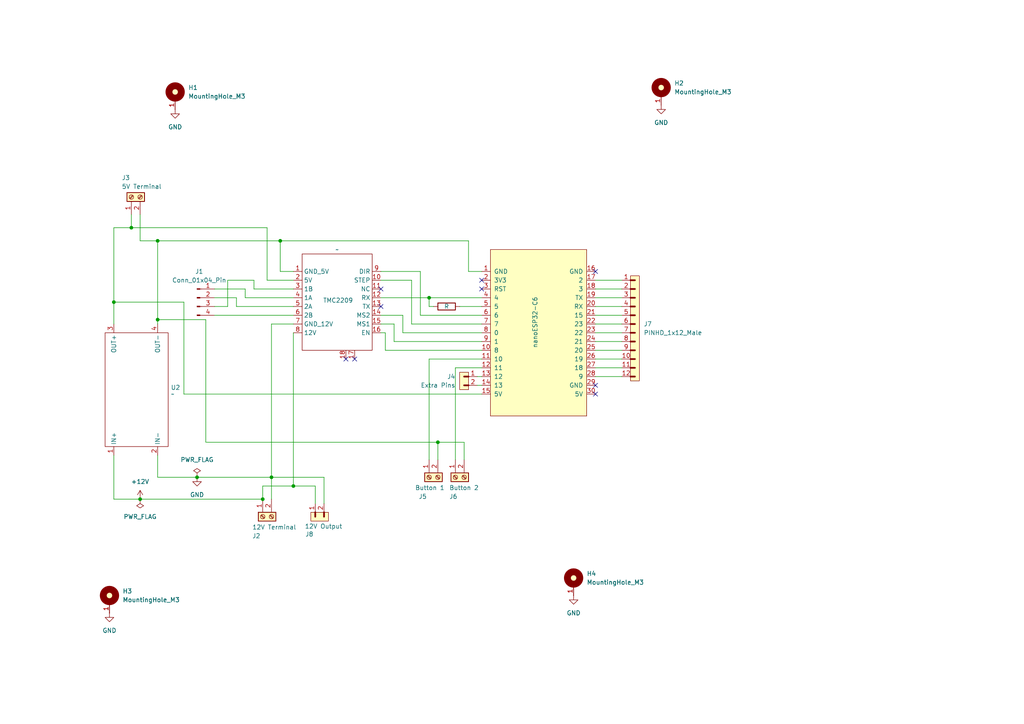
<source format=kicad_sch>
(kicad_sch (version 20231120) (generator "eeschema") (generator_version "8.0")
  (paper "A4")
  (lib_symbols
    (symbol "Connector:Conn_01x04_Pin" (pin_names (offset 1.016) hide)
      (property "Reference" "J" (at 0 5.08 0))
      (property "Value" "Conn_01x04_Pin" (at 0 -7.62 0))
      (symbol "Conn_01x04_Pin_1_1"
        (polyline (pts (xy 1.27 -5.08) (xy 0.8636 -5.08)) (stroke (width 0.1524)))
        (polyline (pts (xy 1.27 -2.54) (xy 0.8636 -2.54)) (stroke (width 0.1524)))
        (polyline (pts (xy 1.27 0) (xy 0.8636 0)) (stroke (width 0.1524)))
        (polyline (pts (xy 1.27 2.54) (xy 0.8636 2.54)) (stroke (width 0.1524)))
        (rectangle (start 0.8636 -4.953) (end 0 -5.207) (stroke (width 0.1524)) (fill (type outline)))
        (rectangle (start 0.8636 -2.413) (end 0 -2.667) (stroke (width 0.1524)) (fill (type outline)))
        (rectangle (start 0.8636 0.127) (end 0 -0.127) (stroke (width 0.1524)) (fill (type outline)))
        (rectangle (start 0.8636 2.667) (end 0 2.413) (stroke (width 0.1524)) (fill (type outline)))
        (pin passive line (at 5.08 2.54 180) (length 3.81) (name "Pin_1") (number "1"))
        (pin passive line (at 5.08 0 180) (length 3.81) (name "Pin_2") (number "2"))
        (pin passive line (at 5.08 -2.54 180) (length 3.81) (name "Pin_3") (number "3"))
        (pin passive line (at 5.08 -5.08 180) (length 3.81) (name "Pin_4") (number "4"))
      )
    )
    (symbol "Connector:Screw_Terminal_01x02" (pin_names (offset 1.016) hide)
      (property "Reference" "J" (at 0 2.54 0))
      (property "Value" "Screw_Terminal_01x02" (at 0 -5.08 0))
      (symbol "Screw_Terminal_01x02_1_1"
        (rectangle (start -1.27 1.27) (end 1.27 -3.81) (stroke (width 0.254)) (fill (type background)))
        (circle (center 0 -2.54) (radius 0.635) (stroke (width 0.1524)))
        (polyline (pts (xy -0.5334 -2.2098) (xy 0.3302 -3.048)) (stroke (width 0.1524)))
        (polyline (pts (xy -0.5334 0.3302) (xy 0.3302 -0.508)) (stroke (width 0.1524)))
        (polyline (pts (xy -0.3556 -2.032) (xy 0.508 -2.8702)) (stroke (width 0.1524)))
        (polyline (pts (xy -0.3556 0.508) (xy 0.508 -0.3302)) (stroke (width 0.1524)))
        (circle (center 0 0) (radius 0.635) (stroke (width 0.1524)))
        (pin passive line (at -5.08 0 0) (length 3.81) (name "Pin_1") (number "1"))
        (pin passive line (at -5.08 -2.54 0) (length 3.81) (name "Pin_2") (number "2"))
      )
    )
    (symbol "CustomComponents:BuckConverter"
      (property "Reference" "U" (at 0 0 0))
      (symbol "BuckConverter_0_1"
        (rectangle (start -10.16 15.24) (end 8.14 -17.76))
      )
      (symbol "BuckConverter_1_1"
        (pin power_in line (at -7.62 -20.32 90) (length 2.54) (name "IN+") (number "1"))
        (pin power_in line (at 5.08 -20.32 90) (length 2.54) (name "IN-") (number "2"))
        (pin power_out line (at -7.62 17.78 270) (length 2.54) (name "OUT+") (number "3"))
        (pin power_out line (at 5.08 17.78 270) (length 2.54) (name "OUT-") (number "4"))
      )
    )
    (symbol "CustomComponents:TMC2209"
      (property "Reference" "TMC2209" (at 0 1.524 0))
      (symbol "TMC2209_0_1"
        (rectangle (start -10.16 15.24) (end 10.16 -12.7))
      )
      (symbol "TMC2209_1_1"
        (pin power_in line (at -12.7 10.16 0) (length 2.54) (name "GND_5V") (number "1"))
        (pin input line (at 12.7 7.62 180) (length 2.54) (name "STEP") (number "10"))
        (pin unspecified line (at 12.7 5.08 180) (length 2.54) (name "NC") (number "11"))
        (pin input line (at 12.7 2.54 180) (length 2.54) (name "RX") (number "12"))
        (pin output line (at 12.7 0 180) (length 2.54) (name "TX") (number "13"))
        (pin input line (at 12.7 -2.54 180) (length 2.54) (name "MS2") (number "14"))
        (pin input line (at 12.7 -5.08 180) (length 2.54) (name "MS1") (number "15"))
        (pin input line (at 12.7 -7.62 180) (length 2.54) (name "EN") (number "16"))
        (pin unspecified line (at 5.08 -15.24 90) (length 2.54) (name "") (number "17"))
        (pin unspecified line (at 2.54 -15.24 90) (length 2.54) (name "") (number "18"))
        (pin power_in line (at -12.7 7.62 0) (length 2.54) (name "5V") (number "2"))
        (pin output line (at -12.7 5.08 0) (length 2.54) (name "1B") (number "3"))
        (pin output line (at -12.7 2.54 0) (length 2.54) (name "1A") (number "4"))
        (pin output line (at -12.7 0 0) (length 2.54) (name "2A") (number "5"))
        (pin output line (at -12.7 -2.54 0) (length 2.54) (name "2B") (number "6"))
        (pin power_in line (at -12.7 -5.08 0) (length 2.54) (name "GND_12V") (number "7"))
        (pin power_in line (at -12.7 -7.62 0) (length 2.54) (name "12V") (number "8"))
        (pin input line (at 12.7 10.16 180) (length 2.54) (name "DIR") (number "9"))
      )
    )
    (symbol "CustomComponents:nanoESP32-C6" (pin_names (offset 1.016))
      (property "Reference" "U" (at -5.588 -2.794 0))
      (property "Value" "nanoESP32-C6" (at -5.334 -4.572 0))
      (symbol "nanoESP32-C6_0_1"
        (rectangle (start -12.7 19.05) (end 15.24 -29.21) (fill (type background)))
      )
      (symbol "nanoESP32-C6_1_1"
        (pin power_in line (at -15.24 12.7 0) (length 2.54) (name "GND") (number "1"))
        (pin bidirectional line (at -15.24 -10.16 0) (length 2.54) (name "8") (number "10"))
        (pin bidirectional line (at -15.24 -12.7 0) (length 2.54) (name "10") (number "11"))
        (pin bidirectional line (at -15.24 -15.24 0) (length 2.54) (name "11") (number "12"))
        (pin bidirectional line (at -15.24 -17.78 0) (length 2.54) (name "12") (number "13"))
        (pin bidirectional line (at -15.24 -20.32 0) (length 2.54) (name "13") (number "14"))
        (pin power_in line (at -15.24 -22.86 0) (length 2.54) (name "5V") (number "15"))
        (pin power_in line (at 17.78 12.7 180) (length 2.54) (name "GND") (number "16"))
        (pin bidirectional line (at 17.78 10.16 180) (length 2.54) (name "2") (number "17"))
        (pin bidirectional line (at 17.78 7.62 180) (length 2.54) (name "3") (number "18"))
        (pin bidirectional line (at 17.78 5.08 180) (length 2.54) (name "TX") (number "19"))
        (pin power_in line (at -15.24 10.16 0) (length 2.54) (name "3V3") (number "2"))
        (pin bidirectional line (at 17.78 2.54 180) (length 2.54) (name "RX") (number "20"))
        (pin bidirectional line (at 17.78 0 180) (length 2.54) (name "15") (number "21"))
        (pin bidirectional line (at 17.78 -2.54 180) (length 2.54) (name "23") (number "22"))
        (pin bidirectional line (at 17.78 -5.08 180) (length 2.54) (name "22") (number "23"))
        (pin bidirectional line (at 17.78 -7.62 180) (length 2.54) (name "21") (number "24"))
        (pin bidirectional line (at 17.78 -10.16 180) (length 2.54) (name "20") (number "25"))
        (pin bidirectional line (at 17.78 -12.7 180) (length 2.54) (name "19") (number "26"))
        (pin bidirectional line (at 17.78 -15.24 180) (length 2.54) (name "18") (number "27"))
        (pin bidirectional line (at 17.78 -17.78 180) (length 2.54) (name "9") (number "28"))
        (pin power_in line (at 17.78 -20.32 180) (length 2.54) (name "GND") (number "29"))
        (pin unspecified line (at -15.24 7.62 0) (length 2.54) (name "RST") (number "3"))
        (pin power_in line (at 17.78 -22.86 180) (length 2.54) (name "5V") (number "30"))
        (pin bidirectional line (at -15.24 5.08 0) (length 2.54) (name "4") (number "4"))
        (pin bidirectional line (at -15.24 2.54 0) (length 2.54) (name "5") (number "5"))
        (pin bidirectional line (at -15.24 0 0) (length 2.54) (name "6") (number "6"))
        (pin bidirectional line (at -15.24 -2.54 0) (length 2.54) (name "7") (number "7"))
        (pin bidirectional line (at -15.24 -5.08 0) (length 2.54) (name "0") (number "8"))
        (pin bidirectional line (at -15.24 -7.62 0) (length 2.54) (name "1") (number "9"))
      )
    )
    (symbol "Device:R" (pin_numbers hide) (pin_names (offset 0))
      (property "Reference" "R" (at 2.032 0 90))
      (property "Value" "R" (at 0 0 90))
      (symbol "R_0_1"
        (rectangle (start -1.016 -2.54) (end 1.016 2.54) (stroke (width 0.254)))
      )
      (symbol "R_1_1"
        (pin passive line (at 0 3.81 270) (length 1.27) (name "~") (number "1"))
        (pin passive line (at 0 -3.81 90) (length 1.27) (name "~") (number "2"))
      )
    )
    (symbol "PCM_SL_Mechanical:MountingHole_M3_3.2mm_Pad"
      (property "Reference" "H" (at 0 7.62 0))
      (property "Value" "MountingHole_M3_3.2mm_Pad" (at 0 5.08 0))
      (symbol "MountingHole_M3_3.2mm_Pad_0_1"
        (circle (center 0 0) (radius 1.27) (fill (type background)))
        (circle (center 0 0) (radius 1.7961) (stroke (width 2)))
      )
      (symbol "MountingHole_M3_3.2mm_Pad_1_1"
        (pin passive line (at 0 -5.08 90) (length 2.54) (name "") (number "1"))
      )
    )
    (symbol "PCM_SL_Pin_Headers:PINHD_1x12_Male"
      (property "Reference" "J" (at 0 19.05 0))
      (property "Value" "PINHD_1x12_Male" (at 0 16.51 0))
      (symbol "PINHD_1x12_Male_0_1"
        (rectangle (start -1.27 15.24) (end 1.27 -15.24) (fill (type background)))
        (polyline (pts (xy -1.27 -13.97) (xy 0 -13.97)) (stroke (width 0.5)))
        (polyline (pts (xy -1.27 -11.43) (xy 0 -11.43)) (stroke (width 0.5)))
        (polyline (pts (xy -1.27 -8.89) (xy 0 -8.89)) (stroke (width 0.3)))
        (polyline (pts (xy -1.27 -8.89) (xy 0 -8.89)) (stroke (width 0.5)))
        (polyline (pts (xy -1.27 -6.35) (xy 0 -6.35)) (stroke (width 0.3)))
        (polyline (pts (xy -1.27 -6.35) (xy 0 -6.35)) (stroke (width 0.5)))
        (polyline (pts (xy -1.27 -3.81) (xy 0 -3.81)) (stroke (width 0.3)))
        (polyline (pts (xy -1.27 -3.81) (xy 0 -3.81)) (stroke (width 0.5)))
        (polyline (pts (xy -1.27 -1.27) (xy 0 -1.27)) (stroke (width 0.3)))
        (polyline (pts (xy -1.27 -1.27) (xy 0 -1.27)) (stroke (width 0.5)))
        (polyline (pts (xy -1.27 1.27) (xy 0 1.27)) (stroke (width 0.3)))
        (polyline (pts (xy -1.27 1.27) (xy 0 1.27)) (stroke (width 0.5)))
        (polyline (pts (xy -1.27 3.81) (xy 0 3.81)) (stroke (width 0.3)))
        (polyline (pts (xy -1.27 3.81) (xy 0 3.81)) (stroke (width 0.5)))
        (polyline (pts (xy -1.27 6.35) (xy 0 6.35)) (stroke (width 0.3)))
        (polyline (pts (xy -1.27 6.35) (xy 0 6.35)) (stroke (width 0.5)))
        (polyline (pts (xy -1.27 8.89) (xy 0 8.89)) (stroke (width 0.3)))
        (polyline (pts (xy -1.27 8.89) (xy 0 8.89)) (stroke (width 0.5)))
        (polyline (pts (xy -1.27 11.43) (xy 0 11.43)) (stroke (width 0.3)))
        (polyline (pts (xy -1.27 11.43) (xy 0 11.43)) (stroke (width 0.5)))
        (polyline (pts (xy -1.27 13.97) (xy 0 13.97)) (stroke (width 0.5)))
      )
      (symbol "PINHD_1x12_Male_1_1"
        (pin passive line (at -3.81 13.97 0) (length 2.54) (name "") (number "1"))
        (pin passive line (at -3.81 -8.89 0) (length 2.54) (name "") (number "10"))
        (pin passive line (at -3.81 -11.43 0) (length 2.54) (name "") (number "11"))
        (pin passive line (at -3.81 -13.97 0) (length 2.54) (name "") (number "12"))
        (pin passive line (at -3.81 11.43 0) (length 2.54) (name "") (number "2"))
        (pin passive line (at -3.81 8.89 0) (length 2.54) (name "") (number "3"))
        (pin passive line (at -3.81 6.35 0) (length 2.54) (name "") (number "4"))
        (pin passive line (at -3.81 3.81 0) (length 2.54) (name "") (number "5"))
        (pin passive line (at -3.81 1.27 0) (length 2.54) (name "") (number "6"))
        (pin passive line (at -3.81 -1.27 0) (length 2.54) (name "") (number "7"))
        (pin passive line (at -3.81 -3.81 0) (length 2.54) (name "") (number "8"))
        (pin passive line (at -3.81 -6.35 0) (length 2.54) (name "") (number "9"))
      )
    )
    (symbol "PCM_SL_Pin_Headers:PINHD_1x2_Male"
      (property "Reference" "J" (at 0 6.35 0))
      (property "Value" "PINHD_1x2_Male" (at 0 3.81 0))
      (symbol "PINHD_1x2_Male_0_1"
        (rectangle (start -1.27 2.54) (end 1.27 -2.54) (fill (type background)))
        (polyline (pts (xy -1.27 -1.27) (xy 0 -1.27)) (stroke (width 0.3)))
        (polyline (pts (xy -1.27 -1.27) (xy 0 -1.27)) (stroke (width 0.5)))
        (polyline (pts (xy -1.27 1.27) (xy 0 1.27)) (stroke (width 0.3)))
        (polyline (pts (xy -1.27 1.27) (xy 0 1.27)) (stroke (width 0.5)))
      )
      (symbol "PINHD_1x2_Male_1_1"
        (pin passive line (at -3.81 1.27 0) (length 2.54) (name "") (number "1"))
        (pin passive line (at -3.81 -1.27 0) (length 2.54) (name "") (number "2"))
      )
    )
    (symbol "power:+12V" (power) (pin_numbers hide) (pin_names (offset 0) hide)
      (property "Value" "+12V" (at 0 3.556 0))
      (symbol "+12V_0_1"
        (polyline (pts (xy -0.762 1.27) (xy 0 2.54)))
        (polyline (pts (xy 0 0) (xy 0 2.54)))
        (polyline (pts (xy 0 2.54) (xy 0.762 1.27)))
      )
      (symbol "+12V_1_1"
        (pin power_in line (at 0 0 90) (length 0) (name "~") (number "1"))
      )
    )
    (symbol "power:GND" (power) (pin_numbers hide) (pin_names (offset 0) hide)
      (property "Value" "GND" (at 0 -3.81 0))
      (symbol "GND_0_1"
        (polyline (pts (xy 0 0) (xy 0 -1.27) (xy 1.27 -1.27) (xy 0 -2.54) (xy -1.27 -1.27) (xy 0 -1.27)))
      )
      (symbol "GND_1_1"
        (pin power_in line (at 0 0 270) (length 0) (name "~") (number "1"))
      )
    )
    (symbol "power:PWR_FLAG" (power) (pin_numbers hide) (pin_names (offset 0) hide)
      (property "Value" "PWR_FLAG" (at 0 3.81 0))
      (symbol "PWR_FLAG_0_0"
        (pin power_out line (at 0 0 90) (length 0) (name "~") (number "1"))
      )
      (symbol "PWR_FLAG_0_1"
        (polyline (pts (xy 0 0) (xy 0 1.27) (xy -1.016 1.905) (xy 0 2.54) (xy 1.016 1.905) (xy 0 1.27)))
      )
    )
  )
  (junction (at 81.28 69.85))
  (junction (at 85.09 140.97))
  (junction (at 57.15 138.43))
  (junction (at 33.02 87.63))
  (junction (at 40.64 144.78))
  (junction (at 45.72 92.71))
  (junction (at 45.72 69.85))
  (junction (at 38.1 66.04))
  (junction (at 124.46 86.36))
  (junction (at 127 128.27))
  (junction (at 76.2 144.78))
  (junction (at 78.74 138.43))
  (no_connect (at 139.7 81.28))
  (no_connect (at 172.72 78.74))
  (no_connect (at 100.33 104.14))
  (no_connect (at 172.72 114.3))
  (no_connect (at 139.7 83.82))
  (no_connect (at 110.49 83.82))
  (no_connect (at 110.49 88.9))
  (no_connect (at 172.72 111.76))
  (no_connect (at 102.87 104.14))
  (wire (pts (xy 114.3 93.98) (xy 114.3 99.06)))
  (wire (pts (xy 172.72 99.06) (xy 180.34 99.06)))
  (wire (pts (xy 139.7 114.3) (xy 53.34 114.3)))
  (wire (pts (xy 45.72 138.43) (xy 57.15 138.43)))
  (wire (pts (xy 172.72 106.68) (xy 180.34 106.68)))
  (wire (pts (xy 110.49 96.52) (xy 111.76 96.52)))
  (wire (pts (xy 116.84 96.52) (xy 116.84 91.44)))
  (wire (pts (xy 76.2 140.97) (xy 76.2 144.78)))
  (wire (pts (xy 110.49 91.44) (xy 116.84 91.44)))
  (wire (pts (xy 172.72 96.52) (xy 180.34 96.52)))
  (wire (pts (xy 172.72 81.28) (xy 180.34 81.28)))
  (wire (pts (xy 119.38 81.28) (xy 119.38 93.98)))
  (wire (pts (xy 59.69 92.71) (xy 45.72 92.71)))
  (wire (pts (xy 85.09 96.52) (xy 85.09 140.97)))
  (wire (pts (xy 134.62 128.27) (xy 127 128.27)))
  (wire (pts (xy 73.66 81.28) (xy 73.66 83.82)))
  (wire (pts (xy 124.46 88.9) (xy 125.73 88.9)))
  (wire (pts (xy 53.34 114.3) (xy 53.34 87.63)))
  (wire (pts (xy 68.58 86.36) (xy 68.58 88.9)))
  (wire (pts (xy 124.46 86.36) (xy 139.7 86.36)))
  (wire (pts (xy 62.23 86.36) (xy 68.58 86.36)))
  (wire (pts (xy 38.1 62.23) (xy 38.1 66.04)))
  (wire (pts (xy 81.28 78.74) (xy 81.28 69.85)))
  (wire (pts (xy 111.76 101.6) (xy 139.7 101.6)))
  (wire (pts (xy 124.46 104.14) (xy 139.7 104.14)))
  (wire (pts (xy 71.12 86.36) (xy 85.09 86.36)))
  (wire (pts (xy 66.04 81.28) (xy 66.04 88.9)))
  (wire (pts (xy 93.98 138.43) (xy 78.74 138.43)))
  (wire (pts (xy 85.09 140.97) (xy 91.44 140.97)))
  (wire (pts (xy 124.46 133.35) (xy 124.46 104.14)))
  (wire (pts (xy 78.74 138.43) (xy 78.74 144.78)))
  (wire (pts (xy 62.23 91.44) (xy 85.09 91.44)))
  (wire (pts (xy 85.09 81.28) (xy 77.47 81.28)))
  (wire (pts (xy 124.46 86.36) (xy 110.49 86.36)))
  (wire (pts (xy 91.44 140.97) (xy 91.44 146.05)))
  (wire (pts (xy 172.72 86.36) (xy 180.34 86.36)))
  (wire (pts (xy 66.04 88.9) (xy 62.23 88.9)))
  (wire (pts (xy 71.12 83.82) (xy 71.12 86.36)))
  (wire (pts (xy 110.49 81.28) (xy 119.38 81.28)))
  (wire (pts (xy 116.84 96.52) (xy 139.7 96.52)))
  (wire (pts (xy 110.49 78.74) (xy 121.92 78.74)))
  (wire (pts (xy 121.92 91.44) (xy 139.7 91.44)))
  (wire (pts (xy 81.28 78.74) (xy 85.09 78.74)))
  (wire (pts (xy 172.72 93.98) (xy 180.34 93.98)))
  (wire (pts (xy 45.72 132.08) (xy 45.72 138.43)))
  (wire (pts (xy 124.46 86.36) (xy 124.46 88.9)))
  (wire (pts (xy 33.02 87.63) (xy 33.02 93.98)))
  (wire (pts (xy 45.72 93.98) (xy 45.72 92.71)))
  (wire (pts (xy 33.02 144.78) (xy 40.64 144.78)))
  (wire (pts (xy 62.23 83.82) (xy 71.12 83.82)))
  (wire (pts (xy 119.38 93.98) (xy 139.7 93.98)))
  (wire (pts (xy 77.47 66.04) (xy 38.1 66.04)))
  (wire (pts (xy 172.72 101.6) (xy 180.34 101.6)))
  (wire (pts (xy 111.76 96.52) (xy 111.76 101.6)))
  (wire (pts (xy 45.72 69.85) (xy 81.28 69.85)))
  (wire (pts (xy 40.64 69.85) (xy 45.72 69.85)))
  (wire (pts (xy 78.74 93.98) (xy 85.09 93.98)))
  (wire (pts (xy 138.43 109.22) (xy 139.7 109.22)))
  (wire (pts (xy 68.58 88.9) (xy 85.09 88.9)))
  (wire (pts (xy 172.72 109.22) (xy 180.34 109.22)))
  (wire (pts (xy 121.92 78.74) (xy 121.92 91.44)))
  (wire (pts (xy 76.2 140.97) (xy 85.09 140.97)))
  (wire (pts (xy 133.35 88.9) (xy 139.7 88.9)))
  (wire (pts (xy 59.69 128.27) (xy 59.69 92.71)))
  (wire (pts (xy 138.43 111.76) (xy 139.7 111.76)))
  (wire (pts (xy 57.15 138.43) (xy 78.74 138.43)))
  (wire (pts (xy 33.02 66.04) (xy 33.02 87.63)))
  (wire (pts (xy 134.62 133.35) (xy 134.62 128.27)))
  (wire (pts (xy 172.72 91.44) (xy 180.34 91.44)))
  (wire (pts (xy 93.98 138.43) (xy 93.98 146.05)))
  (wire (pts (xy 73.66 83.82) (xy 85.09 83.82)))
  (wire (pts (xy 38.1 66.04) (xy 33.02 66.04)))
  (wire (pts (xy 172.72 83.82) (xy 180.34 83.82)))
  (wire (pts (xy 40.64 62.23) (xy 40.64 69.85)))
  (wire (pts (xy 172.72 88.9) (xy 180.34 88.9)))
  (wire (pts (xy 78.74 93.98) (xy 78.74 138.43)))
  (wire (pts (xy 77.47 66.04) (xy 77.47 81.28)))
  (wire (pts (xy 132.08 133.35) (xy 132.08 106.68)))
  (wire (pts (xy 127 128.27) (xy 59.69 128.27)))
  (wire (pts (xy 114.3 99.06) (xy 139.7 99.06)))
  (wire (pts (xy 172.72 104.14) (xy 180.34 104.14)))
  (wire (pts (xy 132.08 106.68) (xy 139.7 106.68)))
  (wire (pts (xy 66.04 81.28) (xy 73.66 81.28)))
  (wire (pts (xy 53.34 87.63) (xy 33.02 87.63)))
  (wire (pts (xy 135.89 78.74) (xy 135.89 69.85)))
  (wire (pts (xy 127 133.35) (xy 127 128.27)))
  (wire (pts (xy 81.28 69.85) (xy 135.89 69.85)))
  (wire (pts (xy 33.02 132.08) (xy 33.02 144.78)))
  (wire (pts (xy 45.72 92.71) (xy 45.72 69.85)))
  (wire (pts (xy 40.64 144.78) (xy 76.2 144.78)))
  (wire (pts (xy 139.7 78.74) (xy 135.89 78.74)))
  (wire (pts (xy 110.49 93.98) (xy 114.3 93.98)))
  (symbol (lib_id "power:PWR_FLAG") (at 40.64 144.78 0) (mirror x) (unit 1)
    (property "Reference" "#FLG02" (effects (hide yes)))
    (property "Value" "PWR_FLAG" (at 40.64 149.86 0))
    (property "Description" "Special symbol for telling ERC where power comes from" (effects (hide yes)))
  )
  (symbol (lib_id "power:GND") (at 50.8 31.75 0) (unit 1)
    (property "Reference" "#PWR03" (effects (hide yes)))
    (property "Value" "GND" (at 50.8 36.83 0))
    (property "Description" "Power symbol creates a global label with name \"GND\" , ground" (effects (hide yes)))
  )
  (symbol (lib_id "Connector:Screw_Terminal_01x02") (at 132.08 138.43 90) (mirror x) (unit 1)
    (property "Reference" "J6" (at 130.302 144.0181 90) (effects (justify right)))
    (property "Value" "Button 2" (at 130.302 141.478 90) (effects (justify right)))
    (property "Footprint" "TerminalBlock_RND:TerminalBlock_RND_205-00276_1x02_P5.00mm_Vertical" (effects (hide yes)))
    (property "Description" "Generic screw terminal, single row, 01x02, script generated (kicad-library-utils/schlib/autogen/connector/)" (effects (hide yes)))
  )
  (symbol (lib_id "power:GND") (at 57.15 138.43 0) (unit 1)
    (property "Reference" "#PWR02" (effects (hide yes)))
    (property "Value" "GND" (at 57.15 143.51 0))
    (property "Description" "Power symbol creates a global label with name \"GND\" , ground" (effects (hide yes)))
  )
  (symbol (lib_id "Connector:Screw_Terminal_01x02") (at 38.1 57.15 90) (unit 1)
    (property "Reference" "J3" (at 35.306 51.562 90) (effects (justify right)))
    (property "Value" "5V Terminal" (at 35.306 54.102 90) (effects (justify right)))
    (property "Footprint" "TerminalBlock_RND:TerminalBlock_RND_205-00276_1x02_P5.00mm_Vertical" (effects (hide yes)))
    (property "Description" "Generic screw terminal, single row, 01x02, script generated (kicad-library-utils/schlib/autogen/connector/)" (effects (hide yes)))
  )
  (symbol (lib_id "PCM_SL_Mechanical:MountingHole_M3_3.2mm_Pad") (at 31.75 172.72 0) (unit 1)
    (property "Reference" "H3" (at 35.56 171.4499 0) (effects (justify left)))
    (property "Value" "MountingHole_M3" (at 35.56 173.9899 0) (effects (justify left)))
    (property "Footprint" "PCM_SL_Mechanical:MountingHole_3.2mm_Pad" (effects (hide yes)))
    (property "Description" "3.2mm Diameter Mounting Hole Pad (M3)" (effects (hide yes)))
  )
  (symbol (lib_id "PCM_SL_Mechanical:MountingHole_M3_3.2mm_Pad") (at 166.37 167.64 0) (unit 1)
    (property "Reference" "H4" (at 170.18 166.3699 0) (effects (justify left)))
    (property "Value" "MountingHole_M3" (at 170.18 168.9099 0) (effects (justify left)))
    (property "Footprint" "PCM_SL_Mechanical:MountingHole_3.2mm_Pad" (effects (hide yes)))
    (property "Description" "3.2mm Diameter Mounting Hole Pad (M3)" (effects (hide yes)))
  )
  (symbol (lib_id "power:GND") (at 191.77 30.48 0) (unit 1)
    (property "Reference" "#PWR04" (effects (hide yes)))
    (property "Value" "GND" (at 191.77 35.56 0))
    (property "Description" "Power symbol creates a global label with name \"GND\" , ground" (effects (hide yes)))
  )
  (symbol (lib_id "PCM_SL_Pin_Headers:PINHD_1x12_Male") (at 184.15 95.25 0) (unit 1)
    (property "Reference" "J7" (at 186.69 93.9799 0) (effects (justify left)))
    (property "Value" "PINHD_1x12_Male" (at 186.69 96.5199 0) (effects (justify left)))
    (property "Footprint" "Connector_PinHeader_2.54mm:PinHeader_1x12_P2.54mm_Vertical" (effects (hide yes)))
    (property "Description" "Pin Header male with pin space 2.54mm. Pin Count -12" (effects (hide yes)))
  )
  (symbol (lib_id "CustomComponents:nanoESP32-C6") (at 154.94 91.44 0) (unit 1)
    (property "Reference" "U1" (effects (hide yes)))
    (property "Value" "nanoESP32-C6" (at 155.194 93.472 90))
    (property "Footprint" "CustomComponents:nanoESP32-C6" (effects (hide yes)))
    (property "Datasheet" "https://docs.espressif.com/projects/espressif-esp-dev-kits/en/latest/esp32c6/esp32-c6-devkitc-1/user_guide.html" (effects (hide yes)))
    (property "Description" "nanoESP32-C6 v1.0" (effects (hide yes)))
  )
  (symbol (lib_id "Connector:Screw_Terminal_01x02") (at 76.2 149.86 90) (mirror x) (unit 1)
    (property "Reference" "J2" (at 73.152 155.448 90) (effects (justify right)))
    (property "Value" "12V Terminal" (at 73.152 152.9079 90) (effects (justify right)))
    (property "Footprint" "TerminalBlock_RND:TerminalBlock_RND_205-00276_1x02_P5.00mm_Vertical" (effects (hide yes)))
    (property "Description" "Generic screw terminal, single row, 01x02, script generated (kicad-library-utils/schlib/autogen/connector/)" (effects (hide yes)))
  )
  (symbol (lib_id "PCM_SL_Pin_Headers:PINHD_1x2_Male") (at 134.62 110.49 0) (mirror y) (unit 1)
    (property "Reference" "J4" (at 132.08 109.2199 0) (effects (justify left)))
    (property "Value" "Extra Pins" (at 132.08 111.7599 0) (effects (justify left)))
    (property "Footprint" "Connector_PinHeader_2.54mm:PinHeader_1x02_P2.54mm_Vertical" (effects (hide yes)))
    (property "Description" "Pin Header male with pin space 2.54mm. Pin Count -2" (effects (hide yes)))
  )
  (symbol (lib_id "Connector:Conn_01x04_Pin") (at 57.15 86.36 0) (unit 1)
    (property "Reference" "J1" (at 57.785 78.74 0))
    (property "Value" "Conn_01x04_Pin" (at 57.785 81.28 0))
    (property "Footprint" "Connector_PinHeader_2.54mm:PinHeader_1x04_P2.54mm_Vertical" (effects (hide yes)))
    (property "Description" "Generic connector, single row, 01x04, script generated" (effects (hide yes)))
  )
  (symbol (lib_id "power:GND") (at 31.75 177.8 0) (unit 1)
    (property "Reference" "#PWR06" (effects (hide yes)))
    (property "Value" "GND" (at 31.75 182.88 0))
    (property "Description" "Power symbol creates a global label with name \"GND\" , ground" (effects (hide yes)))
  )
  (symbol (lib_id "power:+12V") (at 40.64 144.78 0) (unit 1)
    (property "Reference" "#PWR01" (effects (hide yes)))
    (property "Value" "+12V" (at 40.64 139.7 0))
    (property "Description" "Power symbol creates a global label with name \"+12V\"" (effects (hide yes)))
  )
  (symbol (lib_id "Device:R") (at 129.54 88.9 90) (unit 1)
    (property "Reference" "R1" (effects (hide yes)))
    (property "Value" "R" (at 129.54 88.9 90))
    (property "Footprint" "Resistor_THT:R_Axial_DIN0207_L6.3mm_D2.5mm_P10.16mm_Horizontal" (effects (hide yes)))
    (property "Description" "Resistor" (effects (hide yes)))
  )
  (symbol (lib_id "CustomComponents:BuckConverter") (at 40.64 111.76 0) (unit 1)
    (property "Reference" "U2" (at 49.53 112.3949 0) (effects (justify left)))
    (property "Value" "~" (at 49.53 114.3 0) (effects (justify left)))
    (property "Footprint" "CustomComponents:BuckConverter" (effects (hide yes)))
  )
  (symbol (lib_id "power:GND") (at 166.37 172.72 0) (unit 1)
    (property "Reference" "#PWR05" (effects (hide yes)))
    (property "Value" "GND" (at 166.37 177.8 0))
    (property "Description" "Power symbol creates a global label with name \"GND\" , ground" (effects (hide yes)))
  )
  (symbol (lib_id "PCM_SL_Pin_Headers:PINHD_1x2_Male") (at 92.71 149.86 90) (mirror x) (unit 1)
    (property "Reference" "J8" (at 90.932 154.94 90) (effects (justify left)))
    (property "Value" "12V Output" (at 99.314 152.654 90) (effects (justify left)))
    (property "Footprint" "Connector_PinHeader_2.54mm:PinHeader_1x02_P2.54mm_Vertical" (effects (hide yes)))
    (property "Description" "Pin Header male with pin space 2.54mm. Pin Count -2" (effects (hide yes)))
  )
  (symbol (lib_id "power:PWR_FLAG") (at 57.15 138.43 0) (unit 1)
    (property "Reference" "#FLG01" (effects (hide yes)))
    (property "Value" "PWR_FLAG" (at 57.15 133.35 0))
    (property "Description" "Special symbol for telling ERC where power comes from" (effects (hide yes)))
  )
  (symbol (lib_id "PCM_SL_Mechanical:MountingHole_M3_3.2mm_Pad") (at 191.77 25.4 0) (unit 1)
    (property "Reference" "H2" (at 195.58 24.1299 0) (effects (justify left)))
    (property "Value" "MountingHole_M3" (at 195.58 26.6699 0) (effects (justify left)))
    (property "Footprint" "PCM_SL_Mechanical:MountingHole_3.2mm_Pad" (effects (hide yes)))
    (property "Description" "3.2mm Diameter Mounting Hole Pad (M3)" (effects (hide yes)))
  )
  (symbol (lib_id "PCM_SL_Mechanical:MountingHole_M3_3.2mm_Pad") (at 50.8 26.67 0) (unit 1)
    (property "Reference" "H1" (at 54.61 25.3999 0) (effects (justify left)))
    (property "Value" "MountingHole_M3" (at 54.61 27.9399 0) (effects (justify left)))
    (property "Footprint" "PCM_SL_Mechanical:MountingHole_3.2mm_Pad" (effects (hide yes)))
    (property "Description" "3.2mm Diameter Mounting Hole Pad (M3)" (effects (hide yes)))
  )
  (symbol (lib_id "Connector:Screw_Terminal_01x02") (at 124.46 138.43 90) (mirror x) (unit 1)
    (property "Reference" "J5" (at 121.412 144.018 90) (effects (justify right)))
    (property "Value" "Button 1" (at 120.396 141.478 90) (effects (justify right)))
    (property "Footprint" "TerminalBlock_RND:TerminalBlock_RND_205-00276_1x02_P5.00mm_Vertical" (effects (hide yes)))
    (property "Description" "Generic screw terminal, single row, 01x02, script generated (kicad-library-utils/schlib/autogen/connector/)" (effects (hide yes)))
  )
  (symbol (lib_id "CustomComponents:TMC2209") (at 97.79 88.9 0) (unit 1)
    (property "Reference" "TMC2209" (at 98.044 87.122 0))
    (property "Value" "~" (at 97.79 72.39 0))
    (property "Footprint" "CustomComponents:TMC2209" (effects (hide yes)))
  )
)
</source>
